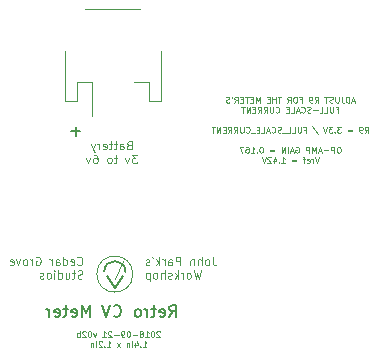
<source format=gbr>
G04 #@! TF.GenerationSoftware,KiCad,Pcbnew,(5.0.0-rc2-dev-444-g2974a2c10)*
G04 #@! TF.CreationDate,2018-09-21T18:48:47-07:00*
G04 #@! TF.ProjectId,retro meter v02,726574726F206D65746572207630322E,rev?*
G04 #@! TF.SameCoordinates,Original*
G04 #@! TF.FileFunction,Legend,Bot*
G04 #@! TF.FilePolarity,Positive*
%FSLAX46Y46*%
G04 Gerber Fmt 4.6, Leading zero omitted, Abs format (unit mm)*
G04 Created by KiCad (PCBNEW (5.0.0-rc2-dev-444-g2974a2c10)) date 09/21/18 18:48:47*
%MOMM*%
%LPD*%
G01*
G04 APERTURE LIST*
%ADD10C,0.100000*%
%ADD11C,0.150000*%
%ADD12C,0.120000*%
G04 APERTURE END LIST*
D10*
X213593476Y-55318333D02*
X213355380Y-55318333D01*
X213641095Y-55461190D02*
X213474428Y-54961190D01*
X213307761Y-55461190D01*
X213141095Y-55461190D02*
X213141095Y-54961190D01*
X213022047Y-54961190D01*
X212950619Y-54985000D01*
X212903000Y-55032619D01*
X212879190Y-55080238D01*
X212855380Y-55175476D01*
X212855380Y-55246904D01*
X212879190Y-55342142D01*
X212903000Y-55389761D01*
X212950619Y-55437380D01*
X213022047Y-55461190D01*
X213141095Y-55461190D01*
X212498238Y-54961190D02*
X212498238Y-55318333D01*
X212522047Y-55389761D01*
X212569666Y-55437380D01*
X212641095Y-55461190D01*
X212688714Y-55461190D01*
X212260142Y-54961190D02*
X212260142Y-55365952D01*
X212236333Y-55413571D01*
X212212523Y-55437380D01*
X212164904Y-55461190D01*
X212069666Y-55461190D01*
X212022047Y-55437380D01*
X211998238Y-55413571D01*
X211974428Y-55365952D01*
X211974428Y-54961190D01*
X211760142Y-55437380D02*
X211688714Y-55461190D01*
X211569666Y-55461190D01*
X211522047Y-55437380D01*
X211498238Y-55413571D01*
X211474428Y-55365952D01*
X211474428Y-55318333D01*
X211498238Y-55270714D01*
X211522047Y-55246904D01*
X211569666Y-55223095D01*
X211664904Y-55199285D01*
X211712523Y-55175476D01*
X211736333Y-55151666D01*
X211760142Y-55104047D01*
X211760142Y-55056428D01*
X211736333Y-55008809D01*
X211712523Y-54985000D01*
X211664904Y-54961190D01*
X211545857Y-54961190D01*
X211474428Y-54985000D01*
X211331571Y-54961190D02*
X211045857Y-54961190D01*
X211188714Y-55461190D02*
X211188714Y-54961190D01*
X210212523Y-55461190D02*
X210379190Y-55223095D01*
X210498238Y-55461190D02*
X210498238Y-54961190D01*
X210307761Y-54961190D01*
X210260142Y-54985000D01*
X210236333Y-55008809D01*
X210212523Y-55056428D01*
X210212523Y-55127857D01*
X210236333Y-55175476D01*
X210260142Y-55199285D01*
X210307761Y-55223095D01*
X210498238Y-55223095D01*
X209974428Y-55461190D02*
X209879190Y-55461190D01*
X209831571Y-55437380D01*
X209807761Y-55413571D01*
X209760142Y-55342142D01*
X209736333Y-55246904D01*
X209736333Y-55056428D01*
X209760142Y-55008809D01*
X209783952Y-54985000D01*
X209831571Y-54961190D01*
X209926809Y-54961190D01*
X209974428Y-54985000D01*
X209998238Y-55008809D01*
X210022047Y-55056428D01*
X210022047Y-55175476D01*
X209998238Y-55223095D01*
X209974428Y-55246904D01*
X209926809Y-55270714D01*
X209831571Y-55270714D01*
X209783952Y-55246904D01*
X209760142Y-55223095D01*
X209736333Y-55175476D01*
X208974428Y-55199285D02*
X209141095Y-55199285D01*
X209141095Y-55461190D02*
X209141095Y-54961190D01*
X208903000Y-54961190D01*
X208617285Y-54961190D02*
X208522047Y-54961190D01*
X208474428Y-54985000D01*
X208426809Y-55032619D01*
X208403000Y-55127857D01*
X208403000Y-55294523D01*
X208426809Y-55389761D01*
X208474428Y-55437380D01*
X208522047Y-55461190D01*
X208617285Y-55461190D01*
X208664904Y-55437380D01*
X208712523Y-55389761D01*
X208736333Y-55294523D01*
X208736333Y-55127857D01*
X208712523Y-55032619D01*
X208664904Y-54985000D01*
X208617285Y-54961190D01*
X207903000Y-55461190D02*
X208069666Y-55223095D01*
X208188714Y-55461190D02*
X208188714Y-54961190D01*
X207998238Y-54961190D01*
X207950619Y-54985000D01*
X207926809Y-55008809D01*
X207903000Y-55056428D01*
X207903000Y-55127857D01*
X207926809Y-55175476D01*
X207950619Y-55199285D01*
X207998238Y-55223095D01*
X208188714Y-55223095D01*
X207379190Y-54961190D02*
X207093476Y-54961190D01*
X207236333Y-55461190D02*
X207236333Y-54961190D01*
X206926809Y-55461190D02*
X206926809Y-54961190D01*
X206926809Y-55199285D02*
X206641095Y-55199285D01*
X206641095Y-55461190D02*
X206641095Y-54961190D01*
X206403000Y-55199285D02*
X206236333Y-55199285D01*
X206164904Y-55461190D02*
X206403000Y-55461190D01*
X206403000Y-54961190D01*
X206164904Y-54961190D01*
X205569666Y-55461190D02*
X205569666Y-54961190D01*
X205403000Y-55318333D01*
X205236333Y-54961190D01*
X205236333Y-55461190D01*
X204998238Y-55199285D02*
X204831571Y-55199285D01*
X204760142Y-55461190D02*
X204998238Y-55461190D01*
X204998238Y-54961190D01*
X204760142Y-54961190D01*
X204617285Y-54961190D02*
X204331571Y-54961190D01*
X204474428Y-55461190D02*
X204474428Y-54961190D01*
X204164904Y-55199285D02*
X203998238Y-55199285D01*
X203926809Y-55461190D02*
X204164904Y-55461190D01*
X204164904Y-54961190D01*
X203926809Y-54961190D01*
X203426809Y-55461190D02*
X203593476Y-55223095D01*
X203712523Y-55461190D02*
X203712523Y-54961190D01*
X203522047Y-54961190D01*
X203474428Y-54985000D01*
X203450619Y-55008809D01*
X203426809Y-55056428D01*
X203426809Y-55127857D01*
X203450619Y-55175476D01*
X203474428Y-55199285D01*
X203522047Y-55223095D01*
X203712523Y-55223095D01*
X203188714Y-54961190D02*
X203236333Y-55056428D01*
X202998238Y-55437380D02*
X202926809Y-55461190D01*
X202807761Y-55461190D01*
X202760142Y-55437380D01*
X202736333Y-55413571D01*
X202712523Y-55365952D01*
X202712523Y-55318333D01*
X202736333Y-55270714D01*
X202760142Y-55246904D01*
X202807761Y-55223095D01*
X202903000Y-55199285D01*
X202950619Y-55175476D01*
X202974428Y-55151666D01*
X202998238Y-55104047D01*
X202998238Y-55056428D01*
X202974428Y-55008809D01*
X202950619Y-54985000D01*
X202903000Y-54961190D01*
X202783952Y-54961190D01*
X202712523Y-54985000D01*
X212069666Y-56049285D02*
X212236333Y-56049285D01*
X212236333Y-56311190D02*
X212236333Y-55811190D01*
X211998238Y-55811190D01*
X211807761Y-55811190D02*
X211807761Y-56215952D01*
X211783952Y-56263571D01*
X211760142Y-56287380D01*
X211712523Y-56311190D01*
X211617285Y-56311190D01*
X211569666Y-56287380D01*
X211545857Y-56263571D01*
X211522047Y-56215952D01*
X211522047Y-55811190D01*
X211045857Y-56311190D02*
X211283952Y-56311190D01*
X211283952Y-55811190D01*
X210641095Y-56311190D02*
X210879190Y-56311190D01*
X210879190Y-55811190D01*
X210474428Y-56120714D02*
X210093476Y-56120714D01*
X209879190Y-56287380D02*
X209807761Y-56311190D01*
X209688714Y-56311190D01*
X209641095Y-56287380D01*
X209617285Y-56263571D01*
X209593476Y-56215952D01*
X209593476Y-56168333D01*
X209617285Y-56120714D01*
X209641095Y-56096904D01*
X209688714Y-56073095D01*
X209783952Y-56049285D01*
X209831571Y-56025476D01*
X209855380Y-56001666D01*
X209879190Y-55954047D01*
X209879190Y-55906428D01*
X209855380Y-55858809D01*
X209831571Y-55835000D01*
X209783952Y-55811190D01*
X209664904Y-55811190D01*
X209593476Y-55835000D01*
X209093476Y-56263571D02*
X209117285Y-56287380D01*
X209188714Y-56311190D01*
X209236333Y-56311190D01*
X209307761Y-56287380D01*
X209355380Y-56239761D01*
X209379190Y-56192142D01*
X209403000Y-56096904D01*
X209403000Y-56025476D01*
X209379190Y-55930238D01*
X209355380Y-55882619D01*
X209307761Y-55835000D01*
X209236333Y-55811190D01*
X209188714Y-55811190D01*
X209117285Y-55835000D01*
X209093476Y-55858809D01*
X208903000Y-56168333D02*
X208664904Y-56168333D01*
X208950619Y-56311190D02*
X208783952Y-55811190D01*
X208617285Y-56311190D01*
X208212523Y-56311190D02*
X208450619Y-56311190D01*
X208450619Y-55811190D01*
X208045857Y-56049285D02*
X207879190Y-56049285D01*
X207807761Y-56311190D02*
X208045857Y-56311190D01*
X208045857Y-55811190D01*
X207807761Y-55811190D01*
X206926809Y-56263571D02*
X206950619Y-56287380D01*
X207022047Y-56311190D01*
X207069666Y-56311190D01*
X207141095Y-56287380D01*
X207188714Y-56239761D01*
X207212523Y-56192142D01*
X207236333Y-56096904D01*
X207236333Y-56025476D01*
X207212523Y-55930238D01*
X207188714Y-55882619D01*
X207141095Y-55835000D01*
X207069666Y-55811190D01*
X207022047Y-55811190D01*
X206950619Y-55835000D01*
X206926809Y-55858809D01*
X206712523Y-55811190D02*
X206712523Y-56215952D01*
X206688714Y-56263571D01*
X206664904Y-56287380D01*
X206617285Y-56311190D01*
X206522047Y-56311190D01*
X206474428Y-56287380D01*
X206450619Y-56263571D01*
X206426809Y-56215952D01*
X206426809Y-55811190D01*
X205903000Y-56311190D02*
X206069666Y-56073095D01*
X206188714Y-56311190D02*
X206188714Y-55811190D01*
X205998238Y-55811190D01*
X205950619Y-55835000D01*
X205926809Y-55858809D01*
X205903000Y-55906428D01*
X205903000Y-55977857D01*
X205926809Y-56025476D01*
X205950619Y-56049285D01*
X205998238Y-56073095D01*
X206188714Y-56073095D01*
X205403000Y-56311190D02*
X205569666Y-56073095D01*
X205688714Y-56311190D02*
X205688714Y-55811190D01*
X205498238Y-55811190D01*
X205450619Y-55835000D01*
X205426809Y-55858809D01*
X205403000Y-55906428D01*
X205403000Y-55977857D01*
X205426809Y-56025476D01*
X205450619Y-56049285D01*
X205498238Y-56073095D01*
X205688714Y-56073095D01*
X205188714Y-56049285D02*
X205022047Y-56049285D01*
X204950619Y-56311190D02*
X205188714Y-56311190D01*
X205188714Y-55811190D01*
X204950619Y-55811190D01*
X204736333Y-56311190D02*
X204736333Y-55811190D01*
X204450619Y-56311190D01*
X204450619Y-55811190D01*
X204283952Y-55811190D02*
X203998238Y-55811190D01*
X204141095Y-56311190D02*
X204141095Y-55811190D01*
X214462523Y-58011190D02*
X214629190Y-57773095D01*
X214748238Y-58011190D02*
X214748238Y-57511190D01*
X214557761Y-57511190D01*
X214510142Y-57535000D01*
X214486333Y-57558809D01*
X214462523Y-57606428D01*
X214462523Y-57677857D01*
X214486333Y-57725476D01*
X214510142Y-57749285D01*
X214557761Y-57773095D01*
X214748238Y-57773095D01*
X214224428Y-58011190D02*
X214129190Y-58011190D01*
X214081571Y-57987380D01*
X214057761Y-57963571D01*
X214010142Y-57892142D01*
X213986333Y-57796904D01*
X213986333Y-57606428D01*
X214010142Y-57558809D01*
X214033952Y-57535000D01*
X214081571Y-57511190D01*
X214176809Y-57511190D01*
X214224428Y-57535000D01*
X214248238Y-57558809D01*
X214272047Y-57606428D01*
X214272047Y-57725476D01*
X214248238Y-57773095D01*
X214224428Y-57796904D01*
X214176809Y-57820714D01*
X214081571Y-57820714D01*
X214033952Y-57796904D01*
X214010142Y-57773095D01*
X213986333Y-57725476D01*
X213391095Y-57749285D02*
X213010142Y-57749285D01*
X213010142Y-57892142D02*
X213391095Y-57892142D01*
X212438714Y-57511190D02*
X212129190Y-57511190D01*
X212295857Y-57701666D01*
X212224428Y-57701666D01*
X212176809Y-57725476D01*
X212153000Y-57749285D01*
X212129190Y-57796904D01*
X212129190Y-57915952D01*
X212153000Y-57963571D01*
X212176809Y-57987380D01*
X212224428Y-58011190D01*
X212367285Y-58011190D01*
X212414904Y-57987380D01*
X212438714Y-57963571D01*
X211914904Y-57963571D02*
X211891095Y-57987380D01*
X211914904Y-58011190D01*
X211938714Y-57987380D01*
X211914904Y-57963571D01*
X211914904Y-58011190D01*
X211724428Y-57511190D02*
X211414904Y-57511190D01*
X211581571Y-57701666D01*
X211510142Y-57701666D01*
X211462523Y-57725476D01*
X211438714Y-57749285D01*
X211414904Y-57796904D01*
X211414904Y-57915952D01*
X211438714Y-57963571D01*
X211462523Y-57987380D01*
X211510142Y-58011190D01*
X211653000Y-58011190D01*
X211700619Y-57987380D01*
X211724428Y-57963571D01*
X211272047Y-57511190D02*
X211105380Y-58011190D01*
X210938714Y-57511190D01*
X210033952Y-57487380D02*
X210462523Y-58130238D01*
X209319666Y-57749285D02*
X209486333Y-57749285D01*
X209486333Y-58011190D02*
X209486333Y-57511190D01*
X209248238Y-57511190D01*
X209057761Y-57511190D02*
X209057761Y-57915952D01*
X209033952Y-57963571D01*
X209010142Y-57987380D01*
X208962523Y-58011190D01*
X208867285Y-58011190D01*
X208819666Y-57987380D01*
X208795857Y-57963571D01*
X208772047Y-57915952D01*
X208772047Y-57511190D01*
X208295857Y-58011190D02*
X208533952Y-58011190D01*
X208533952Y-57511190D01*
X207891095Y-58011190D02*
X208129190Y-58011190D01*
X208129190Y-57511190D01*
X207843476Y-58058809D02*
X207462523Y-58058809D01*
X207367285Y-57987380D02*
X207295857Y-58011190D01*
X207176809Y-58011190D01*
X207129190Y-57987380D01*
X207105380Y-57963571D01*
X207081571Y-57915952D01*
X207081571Y-57868333D01*
X207105380Y-57820714D01*
X207129190Y-57796904D01*
X207176809Y-57773095D01*
X207272047Y-57749285D01*
X207319666Y-57725476D01*
X207343476Y-57701666D01*
X207367285Y-57654047D01*
X207367285Y-57606428D01*
X207343476Y-57558809D01*
X207319666Y-57535000D01*
X207272047Y-57511190D01*
X207153000Y-57511190D01*
X207081571Y-57535000D01*
X206581571Y-57963571D02*
X206605380Y-57987380D01*
X206676809Y-58011190D01*
X206724428Y-58011190D01*
X206795857Y-57987380D01*
X206843476Y-57939761D01*
X206867285Y-57892142D01*
X206891095Y-57796904D01*
X206891095Y-57725476D01*
X206867285Y-57630238D01*
X206843476Y-57582619D01*
X206795857Y-57535000D01*
X206724428Y-57511190D01*
X206676809Y-57511190D01*
X206605380Y-57535000D01*
X206581571Y-57558809D01*
X206391095Y-57868333D02*
X206153000Y-57868333D01*
X206438714Y-58011190D02*
X206272047Y-57511190D01*
X206105380Y-58011190D01*
X205700619Y-58011190D02*
X205938714Y-58011190D01*
X205938714Y-57511190D01*
X205533952Y-57749285D02*
X205367285Y-57749285D01*
X205295857Y-58011190D02*
X205533952Y-58011190D01*
X205533952Y-57511190D01*
X205295857Y-57511190D01*
X205200619Y-58058809D02*
X204819666Y-58058809D01*
X204414904Y-57963571D02*
X204438714Y-57987380D01*
X204510142Y-58011190D01*
X204557761Y-58011190D01*
X204629190Y-57987380D01*
X204676809Y-57939761D01*
X204700619Y-57892142D01*
X204724428Y-57796904D01*
X204724428Y-57725476D01*
X204700619Y-57630238D01*
X204676809Y-57582619D01*
X204629190Y-57535000D01*
X204557761Y-57511190D01*
X204510142Y-57511190D01*
X204438714Y-57535000D01*
X204414904Y-57558809D01*
X204200619Y-57511190D02*
X204200619Y-57915952D01*
X204176809Y-57963571D01*
X204153000Y-57987380D01*
X204105380Y-58011190D01*
X204010142Y-58011190D01*
X203962523Y-57987380D01*
X203938714Y-57963571D01*
X203914904Y-57915952D01*
X203914904Y-57511190D01*
X203391095Y-58011190D02*
X203557761Y-57773095D01*
X203676809Y-58011190D02*
X203676809Y-57511190D01*
X203486333Y-57511190D01*
X203438714Y-57535000D01*
X203414904Y-57558809D01*
X203391095Y-57606428D01*
X203391095Y-57677857D01*
X203414904Y-57725476D01*
X203438714Y-57749285D01*
X203486333Y-57773095D01*
X203676809Y-57773095D01*
X202891095Y-58011190D02*
X203057761Y-57773095D01*
X203176809Y-58011190D02*
X203176809Y-57511190D01*
X202986333Y-57511190D01*
X202938714Y-57535000D01*
X202914904Y-57558809D01*
X202891095Y-57606428D01*
X202891095Y-57677857D01*
X202914904Y-57725476D01*
X202938714Y-57749285D01*
X202986333Y-57773095D01*
X203176809Y-57773095D01*
X202676809Y-57749285D02*
X202510142Y-57749285D01*
X202438714Y-58011190D02*
X202676809Y-58011190D01*
X202676809Y-57511190D01*
X202438714Y-57511190D01*
X202224428Y-58011190D02*
X202224428Y-57511190D01*
X201938714Y-58011190D01*
X201938714Y-57511190D01*
X201772047Y-57511190D02*
X201486333Y-57511190D01*
X201629190Y-58011190D02*
X201629190Y-57511190D01*
X212307761Y-59211190D02*
X212212523Y-59211190D01*
X212164904Y-59235000D01*
X212117285Y-59282619D01*
X212093476Y-59377857D01*
X212093476Y-59544523D01*
X212117285Y-59639761D01*
X212164904Y-59687380D01*
X212212523Y-59711190D01*
X212307761Y-59711190D01*
X212355380Y-59687380D01*
X212403000Y-59639761D01*
X212426809Y-59544523D01*
X212426809Y-59377857D01*
X212403000Y-59282619D01*
X212355380Y-59235000D01*
X212307761Y-59211190D01*
X211879190Y-59711190D02*
X211879190Y-59211190D01*
X211688714Y-59211190D01*
X211641095Y-59235000D01*
X211617285Y-59258809D01*
X211593476Y-59306428D01*
X211593476Y-59377857D01*
X211617285Y-59425476D01*
X211641095Y-59449285D01*
X211688714Y-59473095D01*
X211879190Y-59473095D01*
X211379190Y-59520714D02*
X210998238Y-59520714D01*
X210783952Y-59568333D02*
X210545857Y-59568333D01*
X210831571Y-59711190D02*
X210664904Y-59211190D01*
X210498238Y-59711190D01*
X210331571Y-59711190D02*
X210331571Y-59211190D01*
X210164904Y-59568333D01*
X209998238Y-59211190D01*
X209998238Y-59711190D01*
X209760142Y-59711190D02*
X209760142Y-59211190D01*
X209569666Y-59211190D01*
X209522047Y-59235000D01*
X209498238Y-59258809D01*
X209474428Y-59306428D01*
X209474428Y-59377857D01*
X209498238Y-59425476D01*
X209522047Y-59449285D01*
X209569666Y-59473095D01*
X209760142Y-59473095D01*
X208617285Y-59235000D02*
X208664904Y-59211190D01*
X208736333Y-59211190D01*
X208807761Y-59235000D01*
X208855380Y-59282619D01*
X208879190Y-59330238D01*
X208903000Y-59425476D01*
X208903000Y-59496904D01*
X208879190Y-59592142D01*
X208855380Y-59639761D01*
X208807761Y-59687380D01*
X208736333Y-59711190D01*
X208688714Y-59711190D01*
X208617285Y-59687380D01*
X208593476Y-59663571D01*
X208593476Y-59496904D01*
X208688714Y-59496904D01*
X208403000Y-59568333D02*
X208164904Y-59568333D01*
X208450619Y-59711190D02*
X208283952Y-59211190D01*
X208117285Y-59711190D01*
X207950619Y-59711190D02*
X207950619Y-59211190D01*
X207712523Y-59711190D02*
X207712523Y-59211190D01*
X207426809Y-59711190D01*
X207426809Y-59211190D01*
X206807761Y-59449285D02*
X206426809Y-59449285D01*
X206426809Y-59592142D02*
X206807761Y-59592142D01*
X205712523Y-59211190D02*
X205664904Y-59211190D01*
X205617285Y-59235000D01*
X205593476Y-59258809D01*
X205569666Y-59306428D01*
X205545857Y-59401666D01*
X205545857Y-59520714D01*
X205569666Y-59615952D01*
X205593476Y-59663571D01*
X205617285Y-59687380D01*
X205664904Y-59711190D01*
X205712523Y-59711190D01*
X205760142Y-59687380D01*
X205783952Y-59663571D01*
X205807761Y-59615952D01*
X205831571Y-59520714D01*
X205831571Y-59401666D01*
X205807761Y-59306428D01*
X205783952Y-59258809D01*
X205760142Y-59235000D01*
X205712523Y-59211190D01*
X205331571Y-59663571D02*
X205307761Y-59687380D01*
X205331571Y-59711190D01*
X205355380Y-59687380D01*
X205331571Y-59663571D01*
X205331571Y-59711190D01*
X204831571Y-59711190D02*
X205117285Y-59711190D01*
X204974428Y-59711190D02*
X204974428Y-59211190D01*
X205022047Y-59282619D01*
X205069666Y-59330238D01*
X205117285Y-59354047D01*
X204403000Y-59211190D02*
X204498238Y-59211190D01*
X204545857Y-59235000D01*
X204569666Y-59258809D01*
X204617285Y-59330238D01*
X204641095Y-59425476D01*
X204641095Y-59615952D01*
X204617285Y-59663571D01*
X204593476Y-59687380D01*
X204545857Y-59711190D01*
X204450619Y-59711190D01*
X204403000Y-59687380D01*
X204379190Y-59663571D01*
X204355380Y-59615952D01*
X204355380Y-59496904D01*
X204379190Y-59449285D01*
X204403000Y-59425476D01*
X204450619Y-59401666D01*
X204545857Y-59401666D01*
X204593476Y-59425476D01*
X204617285Y-59449285D01*
X204641095Y-59496904D01*
X204188714Y-59211190D02*
X203855380Y-59211190D01*
X204069666Y-59711190D01*
X210569666Y-60061190D02*
X210403000Y-60561190D01*
X210236333Y-60061190D01*
X210069666Y-60561190D02*
X210069666Y-60227857D01*
X210069666Y-60323095D02*
X210045857Y-60275476D01*
X210022047Y-60251666D01*
X209974428Y-60227857D01*
X209926809Y-60227857D01*
X209569666Y-60537380D02*
X209617285Y-60561190D01*
X209712523Y-60561190D01*
X209760142Y-60537380D01*
X209783952Y-60489761D01*
X209783952Y-60299285D01*
X209760142Y-60251666D01*
X209712523Y-60227857D01*
X209617285Y-60227857D01*
X209569666Y-60251666D01*
X209545857Y-60299285D01*
X209545857Y-60346904D01*
X209783952Y-60394523D01*
X209403000Y-60227857D02*
X209212523Y-60227857D01*
X209331571Y-60561190D02*
X209331571Y-60132619D01*
X209307761Y-60085000D01*
X209260142Y-60061190D01*
X209212523Y-60061190D01*
X208664904Y-60299285D02*
X208283952Y-60299285D01*
X208283952Y-60442142D02*
X208664904Y-60442142D01*
X207403000Y-60561190D02*
X207688714Y-60561190D01*
X207545857Y-60561190D02*
X207545857Y-60061190D01*
X207593476Y-60132619D01*
X207641095Y-60180238D01*
X207688714Y-60204047D01*
X207188714Y-60513571D02*
X207164904Y-60537380D01*
X207188714Y-60561190D01*
X207212523Y-60537380D01*
X207188714Y-60513571D01*
X207188714Y-60561190D01*
X206736333Y-60227857D02*
X206736333Y-60561190D01*
X206855380Y-60037380D02*
X206974428Y-60394523D01*
X206664904Y-60394523D01*
X206498238Y-60108809D02*
X206474428Y-60085000D01*
X206426809Y-60061190D01*
X206307761Y-60061190D01*
X206260142Y-60085000D01*
X206236333Y-60108809D01*
X206212523Y-60156428D01*
X206212523Y-60204047D01*
X206236333Y-60275476D01*
X206522047Y-60561190D01*
X206212523Y-60561190D01*
X206069666Y-60061190D02*
X205903000Y-60561190D01*
X205736333Y-60061190D01*
X193297812Y-70384937D02*
X193997812Y-68884937D01*
D11*
X193297812Y-71184937D02*
X192597812Y-70184937D01*
X193997812Y-70184937D02*
X193297812Y-71184937D01*
X194197812Y-69784937D02*
G75*
G03X192397812Y-69784937I-900000J0D01*
G01*
D10*
X194824246Y-69984937D02*
G75*
G03X194824246Y-69984937I-1526434J0D01*
G01*
D11*
X190380952Y-57871428D02*
X189619047Y-57871428D01*
X190000000Y-58252380D02*
X190000000Y-57490476D01*
D10*
X197111904Y-74848809D02*
X197088095Y-74825000D01*
X197040476Y-74801190D01*
X196921428Y-74801190D01*
X196873809Y-74825000D01*
X196850000Y-74848809D01*
X196826190Y-74896428D01*
X196826190Y-74944047D01*
X196850000Y-75015476D01*
X197135714Y-75301190D01*
X196826190Y-75301190D01*
X196516666Y-74801190D02*
X196469047Y-74801190D01*
X196421428Y-74825000D01*
X196397619Y-74848809D01*
X196373809Y-74896428D01*
X196350000Y-74991666D01*
X196350000Y-75110714D01*
X196373809Y-75205952D01*
X196397619Y-75253571D01*
X196421428Y-75277380D01*
X196469047Y-75301190D01*
X196516666Y-75301190D01*
X196564285Y-75277380D01*
X196588095Y-75253571D01*
X196611904Y-75205952D01*
X196635714Y-75110714D01*
X196635714Y-74991666D01*
X196611904Y-74896428D01*
X196588095Y-74848809D01*
X196564285Y-74825000D01*
X196516666Y-74801190D01*
X195873809Y-75301190D02*
X196159523Y-75301190D01*
X196016666Y-75301190D02*
X196016666Y-74801190D01*
X196064285Y-74872619D01*
X196111904Y-74920238D01*
X196159523Y-74944047D01*
X195588095Y-75015476D02*
X195635714Y-74991666D01*
X195659523Y-74967857D01*
X195683333Y-74920238D01*
X195683333Y-74896428D01*
X195659523Y-74848809D01*
X195635714Y-74825000D01*
X195588095Y-74801190D01*
X195492857Y-74801190D01*
X195445238Y-74825000D01*
X195421428Y-74848809D01*
X195397619Y-74896428D01*
X195397619Y-74920238D01*
X195421428Y-74967857D01*
X195445238Y-74991666D01*
X195492857Y-75015476D01*
X195588095Y-75015476D01*
X195635714Y-75039285D01*
X195659523Y-75063095D01*
X195683333Y-75110714D01*
X195683333Y-75205952D01*
X195659523Y-75253571D01*
X195635714Y-75277380D01*
X195588095Y-75301190D01*
X195492857Y-75301190D01*
X195445238Y-75277380D01*
X195421428Y-75253571D01*
X195397619Y-75205952D01*
X195397619Y-75110714D01*
X195421428Y-75063095D01*
X195445238Y-75039285D01*
X195492857Y-75015476D01*
X195183333Y-75110714D02*
X194802380Y-75110714D01*
X194469047Y-74801190D02*
X194421428Y-74801190D01*
X194373809Y-74825000D01*
X194350000Y-74848809D01*
X194326190Y-74896428D01*
X194302380Y-74991666D01*
X194302380Y-75110714D01*
X194326190Y-75205952D01*
X194350000Y-75253571D01*
X194373809Y-75277380D01*
X194421428Y-75301190D01*
X194469047Y-75301190D01*
X194516666Y-75277380D01*
X194540476Y-75253571D01*
X194564285Y-75205952D01*
X194588095Y-75110714D01*
X194588095Y-74991666D01*
X194564285Y-74896428D01*
X194540476Y-74848809D01*
X194516666Y-74825000D01*
X194469047Y-74801190D01*
X194064285Y-75301190D02*
X193969047Y-75301190D01*
X193921428Y-75277380D01*
X193897619Y-75253571D01*
X193850000Y-75182142D01*
X193826190Y-75086904D01*
X193826190Y-74896428D01*
X193850000Y-74848809D01*
X193873809Y-74825000D01*
X193921428Y-74801190D01*
X194016666Y-74801190D01*
X194064285Y-74825000D01*
X194088095Y-74848809D01*
X194111904Y-74896428D01*
X194111904Y-75015476D01*
X194088095Y-75063095D01*
X194064285Y-75086904D01*
X194016666Y-75110714D01*
X193921428Y-75110714D01*
X193873809Y-75086904D01*
X193850000Y-75063095D01*
X193826190Y-75015476D01*
X193611904Y-75110714D02*
X193230952Y-75110714D01*
X193016666Y-74848809D02*
X192992857Y-74825000D01*
X192945238Y-74801190D01*
X192826190Y-74801190D01*
X192778571Y-74825000D01*
X192754761Y-74848809D01*
X192730952Y-74896428D01*
X192730952Y-74944047D01*
X192754761Y-75015476D01*
X193040476Y-75301190D01*
X192730952Y-75301190D01*
X192254761Y-75301190D02*
X192540476Y-75301190D01*
X192397619Y-75301190D02*
X192397619Y-74801190D01*
X192445238Y-74872619D01*
X192492857Y-74920238D01*
X192540476Y-74944047D01*
X191707142Y-74967857D02*
X191588095Y-75301190D01*
X191469047Y-74967857D01*
X191183333Y-74801190D02*
X191135714Y-74801190D01*
X191088095Y-74825000D01*
X191064285Y-74848809D01*
X191040476Y-74896428D01*
X191016666Y-74991666D01*
X191016666Y-75110714D01*
X191040476Y-75205952D01*
X191064285Y-75253571D01*
X191088095Y-75277380D01*
X191135714Y-75301190D01*
X191183333Y-75301190D01*
X191230952Y-75277380D01*
X191254761Y-75253571D01*
X191278571Y-75205952D01*
X191302380Y-75110714D01*
X191302380Y-74991666D01*
X191278571Y-74896428D01*
X191254761Y-74848809D01*
X191230952Y-74825000D01*
X191183333Y-74801190D01*
X190826190Y-74848809D02*
X190802380Y-74825000D01*
X190754761Y-74801190D01*
X190635714Y-74801190D01*
X190588095Y-74825000D01*
X190564285Y-74848809D01*
X190540476Y-74896428D01*
X190540476Y-74944047D01*
X190564285Y-75015476D01*
X190850000Y-75301190D01*
X190540476Y-75301190D01*
X190326190Y-75301190D02*
X190326190Y-74801190D01*
X190326190Y-74991666D02*
X190278571Y-74967857D01*
X190183333Y-74967857D01*
X190135714Y-74991666D01*
X190111904Y-75015476D01*
X190088095Y-75063095D01*
X190088095Y-75205952D01*
X190111904Y-75253571D01*
X190135714Y-75277380D01*
X190183333Y-75301190D01*
X190278571Y-75301190D01*
X190326190Y-75277380D01*
X195683333Y-76151190D02*
X195969047Y-76151190D01*
X195826190Y-76151190D02*
X195826190Y-75651190D01*
X195873809Y-75722619D01*
X195921428Y-75770238D01*
X195969047Y-75794047D01*
X195469047Y-76103571D02*
X195445238Y-76127380D01*
X195469047Y-76151190D01*
X195492857Y-76127380D01*
X195469047Y-76103571D01*
X195469047Y-76151190D01*
X195016666Y-75817857D02*
X195016666Y-76151190D01*
X195135714Y-75627380D02*
X195254761Y-75984523D01*
X194945238Y-75984523D01*
X194754761Y-76151190D02*
X194754761Y-75817857D01*
X194754761Y-75651190D02*
X194778571Y-75675000D01*
X194754761Y-75698809D01*
X194730952Y-75675000D01*
X194754761Y-75651190D01*
X194754761Y-75698809D01*
X194516666Y-75817857D02*
X194516666Y-76151190D01*
X194516666Y-75865476D02*
X194492857Y-75841666D01*
X194445238Y-75817857D01*
X194373809Y-75817857D01*
X194326190Y-75841666D01*
X194302380Y-75889285D01*
X194302380Y-76151190D01*
X193730952Y-76151190D02*
X193469047Y-75817857D01*
X193730952Y-75817857D02*
X193469047Y-76151190D01*
X192635714Y-76151190D02*
X192921428Y-76151190D01*
X192778571Y-76151190D02*
X192778571Y-75651190D01*
X192826190Y-75722619D01*
X192873809Y-75770238D01*
X192921428Y-75794047D01*
X192421428Y-76103571D02*
X192397619Y-76127380D01*
X192421428Y-76151190D01*
X192445238Y-76127380D01*
X192421428Y-76103571D01*
X192421428Y-76151190D01*
X192207142Y-75698809D02*
X192183333Y-75675000D01*
X192135714Y-75651190D01*
X192016666Y-75651190D01*
X191969047Y-75675000D01*
X191945238Y-75698809D01*
X191921428Y-75746428D01*
X191921428Y-75794047D01*
X191945238Y-75865476D01*
X192230952Y-76151190D01*
X191921428Y-76151190D01*
X191707142Y-76151190D02*
X191707142Y-75817857D01*
X191707142Y-75651190D02*
X191730952Y-75675000D01*
X191707142Y-75698809D01*
X191683333Y-75675000D01*
X191707142Y-75651190D01*
X191707142Y-75698809D01*
X191469047Y-75817857D02*
X191469047Y-76151190D01*
X191469047Y-75865476D02*
X191445238Y-75841666D01*
X191397619Y-75817857D01*
X191326190Y-75817857D01*
X191278571Y-75841666D01*
X191254761Y-75889285D01*
X191254761Y-76151190D01*
X201605333Y-68510666D02*
X201605333Y-69010666D01*
X201638666Y-69110666D01*
X201705333Y-69177333D01*
X201805333Y-69210666D01*
X201872000Y-69210666D01*
X201172000Y-69210666D02*
X201238666Y-69177333D01*
X201272000Y-69144000D01*
X201305333Y-69077333D01*
X201305333Y-68877333D01*
X201272000Y-68810666D01*
X201238666Y-68777333D01*
X201172000Y-68744000D01*
X201072000Y-68744000D01*
X201005333Y-68777333D01*
X200972000Y-68810666D01*
X200938666Y-68877333D01*
X200938666Y-69077333D01*
X200972000Y-69144000D01*
X201005333Y-69177333D01*
X201072000Y-69210666D01*
X201172000Y-69210666D01*
X200638666Y-69210666D02*
X200638666Y-68510666D01*
X200338666Y-69210666D02*
X200338666Y-68844000D01*
X200372000Y-68777333D01*
X200438666Y-68744000D01*
X200538666Y-68744000D01*
X200605333Y-68777333D01*
X200638666Y-68810666D01*
X200005333Y-68744000D02*
X200005333Y-69210666D01*
X200005333Y-68810666D02*
X199972000Y-68777333D01*
X199905333Y-68744000D01*
X199805333Y-68744000D01*
X199738666Y-68777333D01*
X199705333Y-68844000D01*
X199705333Y-69210666D01*
X198838666Y-69210666D02*
X198838666Y-68510666D01*
X198572000Y-68510666D01*
X198505333Y-68544000D01*
X198472000Y-68577333D01*
X198438666Y-68644000D01*
X198438666Y-68744000D01*
X198472000Y-68810666D01*
X198505333Y-68844000D01*
X198572000Y-68877333D01*
X198838666Y-68877333D01*
X197838666Y-69210666D02*
X197838666Y-68844000D01*
X197872000Y-68777333D01*
X197938666Y-68744000D01*
X198072000Y-68744000D01*
X198138666Y-68777333D01*
X197838666Y-69177333D02*
X197905333Y-69210666D01*
X198072000Y-69210666D01*
X198138666Y-69177333D01*
X198172000Y-69110666D01*
X198172000Y-69044000D01*
X198138666Y-68977333D01*
X198072000Y-68944000D01*
X197905333Y-68944000D01*
X197838666Y-68910666D01*
X197505333Y-69210666D02*
X197505333Y-68744000D01*
X197505333Y-68877333D02*
X197472000Y-68810666D01*
X197438666Y-68777333D01*
X197372000Y-68744000D01*
X197305333Y-68744000D01*
X197072000Y-69210666D02*
X197072000Y-68510666D01*
X197005333Y-68944000D02*
X196805333Y-69210666D01*
X196805333Y-68744000D02*
X197072000Y-69010666D01*
X196472000Y-68510666D02*
X196538666Y-68644000D01*
X196205333Y-69177333D02*
X196138666Y-69210666D01*
X196005333Y-69210666D01*
X195938666Y-69177333D01*
X195905333Y-69110666D01*
X195905333Y-69077333D01*
X195938666Y-69010666D01*
X196005333Y-68977333D01*
X196105333Y-68977333D01*
X196172000Y-68944000D01*
X196205333Y-68877333D01*
X196205333Y-68844000D01*
X196172000Y-68777333D01*
X196105333Y-68744000D01*
X196005333Y-68744000D01*
X195938666Y-68777333D01*
X200572000Y-69660666D02*
X200405333Y-70360666D01*
X200272000Y-69860666D01*
X200138666Y-70360666D01*
X199972000Y-69660666D01*
X199605333Y-70360666D02*
X199672000Y-70327333D01*
X199705333Y-70294000D01*
X199738666Y-70227333D01*
X199738666Y-70027333D01*
X199705333Y-69960666D01*
X199672000Y-69927333D01*
X199605333Y-69894000D01*
X199505333Y-69894000D01*
X199438666Y-69927333D01*
X199405333Y-69960666D01*
X199372000Y-70027333D01*
X199372000Y-70227333D01*
X199405333Y-70294000D01*
X199438666Y-70327333D01*
X199505333Y-70360666D01*
X199605333Y-70360666D01*
X199072000Y-70360666D02*
X199072000Y-69894000D01*
X199072000Y-70027333D02*
X199038666Y-69960666D01*
X199005333Y-69927333D01*
X198938666Y-69894000D01*
X198872000Y-69894000D01*
X198638666Y-70360666D02*
X198638666Y-69660666D01*
X198572000Y-70094000D02*
X198372000Y-70360666D01*
X198372000Y-69894000D02*
X198638666Y-70160666D01*
X198105333Y-70327333D02*
X198038666Y-70360666D01*
X197905333Y-70360666D01*
X197838666Y-70327333D01*
X197805333Y-70260666D01*
X197805333Y-70227333D01*
X197838666Y-70160666D01*
X197905333Y-70127333D01*
X198005333Y-70127333D01*
X198072000Y-70094000D01*
X198105333Y-70027333D01*
X198105333Y-69994000D01*
X198072000Y-69927333D01*
X198005333Y-69894000D01*
X197905333Y-69894000D01*
X197838666Y-69927333D01*
X197505333Y-70360666D02*
X197505333Y-69660666D01*
X197205333Y-70360666D02*
X197205333Y-69994000D01*
X197238666Y-69927333D01*
X197305333Y-69894000D01*
X197405333Y-69894000D01*
X197472000Y-69927333D01*
X197505333Y-69960666D01*
X196772000Y-70360666D02*
X196838666Y-70327333D01*
X196872000Y-70294000D01*
X196905333Y-70227333D01*
X196905333Y-70027333D01*
X196872000Y-69960666D01*
X196838666Y-69927333D01*
X196772000Y-69894000D01*
X196672000Y-69894000D01*
X196605333Y-69927333D01*
X196572000Y-69960666D01*
X196538666Y-70027333D01*
X196538666Y-70227333D01*
X196572000Y-70294000D01*
X196605333Y-70327333D01*
X196672000Y-70360666D01*
X196772000Y-70360666D01*
X196238666Y-69894000D02*
X196238666Y-70594000D01*
X196238666Y-69927333D02*
X196172000Y-69894000D01*
X196038666Y-69894000D01*
X195972000Y-69927333D01*
X195938666Y-69960666D01*
X195905333Y-70027333D01*
X195905333Y-70227333D01*
X195938666Y-70294000D01*
X195972000Y-70327333D01*
X196038666Y-70360666D01*
X196172000Y-70360666D01*
X196238666Y-70327333D01*
X190122333Y-69144000D02*
X190155666Y-69177333D01*
X190255666Y-69210666D01*
X190322333Y-69210666D01*
X190422333Y-69177333D01*
X190489000Y-69110666D01*
X190522333Y-69044000D01*
X190555666Y-68910666D01*
X190555666Y-68810666D01*
X190522333Y-68677333D01*
X190489000Y-68610666D01*
X190422333Y-68544000D01*
X190322333Y-68510666D01*
X190255666Y-68510666D01*
X190155666Y-68544000D01*
X190122333Y-68577333D01*
X189555666Y-69177333D02*
X189622333Y-69210666D01*
X189755666Y-69210666D01*
X189822333Y-69177333D01*
X189855666Y-69110666D01*
X189855666Y-68844000D01*
X189822333Y-68777333D01*
X189755666Y-68744000D01*
X189622333Y-68744000D01*
X189555666Y-68777333D01*
X189522333Y-68844000D01*
X189522333Y-68910666D01*
X189855666Y-68977333D01*
X188922333Y-69210666D02*
X188922333Y-68510666D01*
X188922333Y-69177333D02*
X188989000Y-69210666D01*
X189122333Y-69210666D01*
X189189000Y-69177333D01*
X189222333Y-69144000D01*
X189255666Y-69077333D01*
X189255666Y-68877333D01*
X189222333Y-68810666D01*
X189189000Y-68777333D01*
X189122333Y-68744000D01*
X188989000Y-68744000D01*
X188922333Y-68777333D01*
X188289000Y-69210666D02*
X188289000Y-68844000D01*
X188322333Y-68777333D01*
X188389000Y-68744000D01*
X188522333Y-68744000D01*
X188589000Y-68777333D01*
X188289000Y-69177333D02*
X188355666Y-69210666D01*
X188522333Y-69210666D01*
X188589000Y-69177333D01*
X188622333Y-69110666D01*
X188622333Y-69044000D01*
X188589000Y-68977333D01*
X188522333Y-68944000D01*
X188355666Y-68944000D01*
X188289000Y-68910666D01*
X187955666Y-69210666D02*
X187955666Y-68744000D01*
X187955666Y-68877333D02*
X187922333Y-68810666D01*
X187889000Y-68777333D01*
X187822333Y-68744000D01*
X187755666Y-68744000D01*
X186622333Y-68544000D02*
X186689000Y-68510666D01*
X186789000Y-68510666D01*
X186889000Y-68544000D01*
X186955666Y-68610666D01*
X186989000Y-68677333D01*
X187022333Y-68810666D01*
X187022333Y-68910666D01*
X186989000Y-69044000D01*
X186955666Y-69110666D01*
X186889000Y-69177333D01*
X186789000Y-69210666D01*
X186722333Y-69210666D01*
X186622333Y-69177333D01*
X186589000Y-69144000D01*
X186589000Y-68910666D01*
X186722333Y-68910666D01*
X186289000Y-69210666D02*
X186289000Y-68744000D01*
X186289000Y-68877333D02*
X186255666Y-68810666D01*
X186222333Y-68777333D01*
X186155666Y-68744000D01*
X186089000Y-68744000D01*
X185755666Y-69210666D02*
X185822333Y-69177333D01*
X185855666Y-69144000D01*
X185889000Y-69077333D01*
X185889000Y-68877333D01*
X185855666Y-68810666D01*
X185822333Y-68777333D01*
X185755666Y-68744000D01*
X185655666Y-68744000D01*
X185589000Y-68777333D01*
X185555666Y-68810666D01*
X185522333Y-68877333D01*
X185522333Y-69077333D01*
X185555666Y-69144000D01*
X185589000Y-69177333D01*
X185655666Y-69210666D01*
X185755666Y-69210666D01*
X185289000Y-68744000D02*
X185122333Y-69210666D01*
X184955666Y-68744000D01*
X184422333Y-69177333D02*
X184489000Y-69210666D01*
X184622333Y-69210666D01*
X184689000Y-69177333D01*
X184722333Y-69110666D01*
X184722333Y-68844000D01*
X184689000Y-68777333D01*
X184622333Y-68744000D01*
X184489000Y-68744000D01*
X184422333Y-68777333D01*
X184389000Y-68844000D01*
X184389000Y-68910666D01*
X184722333Y-68977333D01*
X190555666Y-70327333D02*
X190455666Y-70360666D01*
X190289000Y-70360666D01*
X190222333Y-70327333D01*
X190189000Y-70294000D01*
X190155666Y-70227333D01*
X190155666Y-70160666D01*
X190189000Y-70094000D01*
X190222333Y-70060666D01*
X190289000Y-70027333D01*
X190422333Y-69994000D01*
X190489000Y-69960666D01*
X190522333Y-69927333D01*
X190555666Y-69860666D01*
X190555666Y-69794000D01*
X190522333Y-69727333D01*
X190489000Y-69694000D01*
X190422333Y-69660666D01*
X190255666Y-69660666D01*
X190155666Y-69694000D01*
X189955666Y-69894000D02*
X189689000Y-69894000D01*
X189855666Y-69660666D02*
X189855666Y-70260666D01*
X189822333Y-70327333D01*
X189755666Y-70360666D01*
X189689000Y-70360666D01*
X189155666Y-69894000D02*
X189155666Y-70360666D01*
X189455666Y-69894000D02*
X189455666Y-70260666D01*
X189422333Y-70327333D01*
X189355666Y-70360666D01*
X189255666Y-70360666D01*
X189189000Y-70327333D01*
X189155666Y-70294000D01*
X188522333Y-70360666D02*
X188522333Y-69660666D01*
X188522333Y-70327333D02*
X188589000Y-70360666D01*
X188722333Y-70360666D01*
X188789000Y-70327333D01*
X188822333Y-70294000D01*
X188855666Y-70227333D01*
X188855666Y-70027333D01*
X188822333Y-69960666D01*
X188789000Y-69927333D01*
X188722333Y-69894000D01*
X188589000Y-69894000D01*
X188522333Y-69927333D01*
X188189000Y-70360666D02*
X188189000Y-69894000D01*
X188189000Y-69660666D02*
X188222333Y-69694000D01*
X188189000Y-69727333D01*
X188155666Y-69694000D01*
X188189000Y-69660666D01*
X188189000Y-69727333D01*
X187755666Y-70360666D02*
X187822333Y-70327333D01*
X187855666Y-70294000D01*
X187889000Y-70227333D01*
X187889000Y-70027333D01*
X187855666Y-69960666D01*
X187822333Y-69927333D01*
X187755666Y-69894000D01*
X187655666Y-69894000D01*
X187589000Y-69927333D01*
X187555666Y-69960666D01*
X187522333Y-70027333D01*
X187522333Y-70227333D01*
X187555666Y-70294000D01*
X187589000Y-70327333D01*
X187655666Y-70360666D01*
X187755666Y-70360666D01*
X187255666Y-70327333D02*
X187189000Y-70360666D01*
X187055666Y-70360666D01*
X186989000Y-70327333D01*
X186955666Y-70260666D01*
X186955666Y-70227333D01*
X186989000Y-70160666D01*
X187055666Y-70127333D01*
X187155666Y-70127333D01*
X187222333Y-70094000D01*
X187255666Y-70027333D01*
X187255666Y-69994000D01*
X187222333Y-69927333D01*
X187155666Y-69894000D01*
X187055666Y-69894000D01*
X186989000Y-69927333D01*
X194490000Y-59065000D02*
X194390000Y-59098333D01*
X194356666Y-59131666D01*
X194323333Y-59198333D01*
X194323333Y-59298333D01*
X194356666Y-59365000D01*
X194390000Y-59398333D01*
X194456666Y-59431666D01*
X194723333Y-59431666D01*
X194723333Y-58731666D01*
X194490000Y-58731666D01*
X194423333Y-58765000D01*
X194390000Y-58798333D01*
X194356666Y-58865000D01*
X194356666Y-58931666D01*
X194390000Y-58998333D01*
X194423333Y-59031666D01*
X194490000Y-59065000D01*
X194723333Y-59065000D01*
X193723333Y-59431666D02*
X193723333Y-59065000D01*
X193756666Y-58998333D01*
X193823333Y-58965000D01*
X193956666Y-58965000D01*
X194023333Y-58998333D01*
X193723333Y-59398333D02*
X193790000Y-59431666D01*
X193956666Y-59431666D01*
X194023333Y-59398333D01*
X194056666Y-59331666D01*
X194056666Y-59265000D01*
X194023333Y-59198333D01*
X193956666Y-59165000D01*
X193790000Y-59165000D01*
X193723333Y-59131666D01*
X193490000Y-58965000D02*
X193223333Y-58965000D01*
X193390000Y-58731666D02*
X193390000Y-59331666D01*
X193356666Y-59398333D01*
X193290000Y-59431666D01*
X193223333Y-59431666D01*
X193090000Y-58965000D02*
X192823333Y-58965000D01*
X192990000Y-58731666D02*
X192990000Y-59331666D01*
X192956666Y-59398333D01*
X192890000Y-59431666D01*
X192823333Y-59431666D01*
X192323333Y-59398333D02*
X192390000Y-59431666D01*
X192523333Y-59431666D01*
X192590000Y-59398333D01*
X192623333Y-59331666D01*
X192623333Y-59065000D01*
X192590000Y-58998333D01*
X192523333Y-58965000D01*
X192390000Y-58965000D01*
X192323333Y-58998333D01*
X192290000Y-59065000D01*
X192290000Y-59131666D01*
X192623333Y-59198333D01*
X191990000Y-59431666D02*
X191990000Y-58965000D01*
X191990000Y-59098333D02*
X191956666Y-59031666D01*
X191923333Y-58998333D01*
X191856666Y-58965000D01*
X191790000Y-58965000D01*
X191623333Y-58965000D02*
X191456666Y-59431666D01*
X191290000Y-58965000D02*
X191456666Y-59431666D01*
X191523333Y-59598333D01*
X191556666Y-59631666D01*
X191623333Y-59665000D01*
X195190000Y-59881666D02*
X194756666Y-59881666D01*
X194990000Y-60148333D01*
X194890000Y-60148333D01*
X194823333Y-60181666D01*
X194790000Y-60215000D01*
X194756666Y-60281666D01*
X194756666Y-60448333D01*
X194790000Y-60515000D01*
X194823333Y-60548333D01*
X194890000Y-60581666D01*
X195090000Y-60581666D01*
X195156666Y-60548333D01*
X195190000Y-60515000D01*
X194523333Y-60115000D02*
X194356666Y-60581666D01*
X194190000Y-60115000D01*
X193490000Y-60115000D02*
X193223333Y-60115000D01*
X193390000Y-59881666D02*
X193390000Y-60481666D01*
X193356666Y-60548333D01*
X193290000Y-60581666D01*
X193223333Y-60581666D01*
X192890000Y-60581666D02*
X192956666Y-60548333D01*
X192990000Y-60515000D01*
X193023333Y-60448333D01*
X193023333Y-60248333D01*
X192990000Y-60181666D01*
X192956666Y-60148333D01*
X192890000Y-60115000D01*
X192790000Y-60115000D01*
X192723333Y-60148333D01*
X192690000Y-60181666D01*
X192656666Y-60248333D01*
X192656666Y-60448333D01*
X192690000Y-60515000D01*
X192723333Y-60548333D01*
X192790000Y-60581666D01*
X192890000Y-60581666D01*
X191523333Y-59881666D02*
X191656666Y-59881666D01*
X191723333Y-59915000D01*
X191756666Y-59948333D01*
X191823333Y-60048333D01*
X191856666Y-60181666D01*
X191856666Y-60448333D01*
X191823333Y-60515000D01*
X191790000Y-60548333D01*
X191723333Y-60581666D01*
X191590000Y-60581666D01*
X191523333Y-60548333D01*
X191490000Y-60515000D01*
X191456666Y-60448333D01*
X191456666Y-60281666D01*
X191490000Y-60215000D01*
X191523333Y-60181666D01*
X191590000Y-60148333D01*
X191723333Y-60148333D01*
X191790000Y-60181666D01*
X191823333Y-60215000D01*
X191856666Y-60281666D01*
X191223333Y-60115000D02*
X191056666Y-60581666D01*
X190890000Y-60115000D01*
D11*
X197920952Y-73604380D02*
X198254285Y-73128190D01*
X198492380Y-73604380D02*
X198492380Y-72604380D01*
X198111428Y-72604380D01*
X198016190Y-72652000D01*
X197968571Y-72699619D01*
X197920952Y-72794857D01*
X197920952Y-72937714D01*
X197968571Y-73032952D01*
X198016190Y-73080571D01*
X198111428Y-73128190D01*
X198492380Y-73128190D01*
X197111428Y-73556761D02*
X197206666Y-73604380D01*
X197397142Y-73604380D01*
X197492380Y-73556761D01*
X197540000Y-73461523D01*
X197540000Y-73080571D01*
X197492380Y-72985333D01*
X197397142Y-72937714D01*
X197206666Y-72937714D01*
X197111428Y-72985333D01*
X197063809Y-73080571D01*
X197063809Y-73175809D01*
X197540000Y-73271047D01*
X196778095Y-72937714D02*
X196397142Y-72937714D01*
X196635238Y-72604380D02*
X196635238Y-73461523D01*
X196587619Y-73556761D01*
X196492380Y-73604380D01*
X196397142Y-73604380D01*
X196063809Y-73604380D02*
X196063809Y-72937714D01*
X196063809Y-73128190D02*
X196016190Y-73032952D01*
X195968571Y-72985333D01*
X195873333Y-72937714D01*
X195778095Y-72937714D01*
X195301904Y-73604380D02*
X195397142Y-73556761D01*
X195444761Y-73509142D01*
X195492380Y-73413904D01*
X195492380Y-73128190D01*
X195444761Y-73032952D01*
X195397142Y-72985333D01*
X195301904Y-72937714D01*
X195159047Y-72937714D01*
X195063809Y-72985333D01*
X195016190Y-73032952D01*
X194968571Y-73128190D01*
X194968571Y-73413904D01*
X195016190Y-73509142D01*
X195063809Y-73556761D01*
X195159047Y-73604380D01*
X195301904Y-73604380D01*
X193206666Y-73509142D02*
X193254285Y-73556761D01*
X193397142Y-73604380D01*
X193492380Y-73604380D01*
X193635238Y-73556761D01*
X193730476Y-73461523D01*
X193778095Y-73366285D01*
X193825714Y-73175809D01*
X193825714Y-73032952D01*
X193778095Y-72842476D01*
X193730476Y-72747238D01*
X193635238Y-72652000D01*
X193492380Y-72604380D01*
X193397142Y-72604380D01*
X193254285Y-72652000D01*
X193206666Y-72699619D01*
X192920952Y-72604380D02*
X192587619Y-73604380D01*
X192254285Y-72604380D01*
X191159047Y-73604380D02*
X191159047Y-72604380D01*
X190825714Y-73318666D01*
X190492380Y-72604380D01*
X190492380Y-73604380D01*
X189635238Y-73556761D02*
X189730476Y-73604380D01*
X189920952Y-73604380D01*
X190016190Y-73556761D01*
X190063809Y-73461523D01*
X190063809Y-73080571D01*
X190016190Y-72985333D01*
X189920952Y-72937714D01*
X189730476Y-72937714D01*
X189635238Y-72985333D01*
X189587619Y-73080571D01*
X189587619Y-73175809D01*
X190063809Y-73271047D01*
X189301904Y-72937714D02*
X188920952Y-72937714D01*
X189159047Y-72604380D02*
X189159047Y-73461523D01*
X189111428Y-73556761D01*
X189016190Y-73604380D01*
X188920952Y-73604380D01*
X188206666Y-73556761D02*
X188301904Y-73604380D01*
X188492380Y-73604380D01*
X188587619Y-73556761D01*
X188635238Y-73461523D01*
X188635238Y-73080571D01*
X188587619Y-72985333D01*
X188492380Y-72937714D01*
X188301904Y-72937714D01*
X188206666Y-72985333D01*
X188159047Y-73080571D01*
X188159047Y-73175809D01*
X188635238Y-73271047D01*
X187730476Y-73604380D02*
X187730476Y-72937714D01*
X187730476Y-73128190D02*
X187682857Y-73032952D01*
X187635238Y-72985333D01*
X187540000Y-72937714D01*
X187444761Y-72937714D01*
D12*
X191360000Y-53725000D02*
X190085000Y-53725000D01*
X190085000Y-53725000D02*
X190085000Y-55325000D01*
X190085000Y-55325000D02*
X189085000Y-55325000D01*
X189085000Y-55325000D02*
X189085000Y-51100000D01*
X197185000Y-51100000D02*
X197185000Y-55325000D01*
X197185000Y-55325000D02*
X196185000Y-55325000D01*
X196185000Y-55325000D02*
X196185000Y-53725000D01*
X196185000Y-53725000D02*
X194910000Y-53725000D01*
X190810000Y-47525000D02*
X195460000Y-47525000D01*
X191360000Y-53725000D02*
X191360000Y-56625000D01*
M02*

</source>
